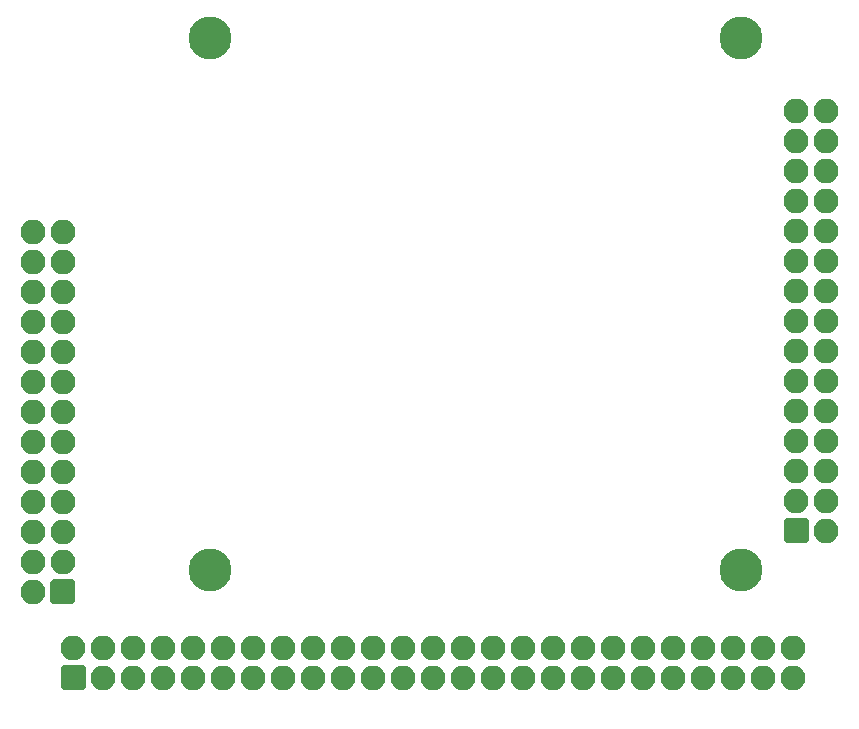
<source format=gbs>
G04 #@! TF.GenerationSoftware,KiCad,Pcbnew,5.1.7*
G04 #@! TF.CreationDate,2020-10-22T00:02:30+01:00*
G04 #@! TF.ProjectId,rc2014-icecore,72633230-3134-42d6-9963-65636f72652e,1*
G04 #@! TF.SameCoordinates,Original*
G04 #@! TF.FileFunction,Soldermask,Bot*
G04 #@! TF.FilePolarity,Negative*
%FSLAX46Y46*%
G04 Gerber Fmt 4.6, Leading zero omitted, Abs format (unit mm)*
G04 Created by KiCad (PCBNEW 5.1.7) date 2020-10-22 00:02:30*
%MOMM*%
%LPD*%
G01*
G04 APERTURE LIST*
%ADD10C,3.643000*%
%ADD11O,2.100000X2.100000*%
G04 APERTURE END LIST*
D10*
X77068000Y-107167000D03*
X122068000Y-107167000D03*
X77068000Y-152167000D03*
X122068000Y-152167000D03*
G36*
G01*
X66382000Y-162340000D02*
X64682000Y-162340000D01*
G75*
G02*
X64482000Y-162140000I0J200000D01*
G01*
X64482000Y-160440000D01*
G75*
G02*
X64682000Y-160240000I200000J0D01*
G01*
X66382000Y-160240000D01*
G75*
G02*
X66582000Y-160440000I0J-200000D01*
G01*
X66582000Y-162140000D01*
G75*
G02*
X66382000Y-162340000I-200000J0D01*
G01*
G37*
D11*
X65532000Y-158750000D03*
X68072000Y-161290000D03*
X68072000Y-158750000D03*
X70612000Y-161290000D03*
X70612000Y-158750000D03*
X73152000Y-161290000D03*
X73152000Y-158750000D03*
X75692000Y-161290000D03*
X75692000Y-158750000D03*
X78232000Y-161290000D03*
X78232000Y-158750000D03*
X80772000Y-161290000D03*
X80772000Y-158750000D03*
X83312000Y-161290000D03*
X83312000Y-158750000D03*
X85852000Y-161290000D03*
X85852000Y-158750000D03*
X88392000Y-161290000D03*
X88392000Y-158750000D03*
X90932000Y-161290000D03*
X90932000Y-158750000D03*
X93472000Y-161290000D03*
X93472000Y-158750000D03*
X96012000Y-161290000D03*
X96012000Y-158750000D03*
X98552000Y-161290000D03*
X98552000Y-158750000D03*
X101092000Y-161290000D03*
X101092000Y-158750000D03*
X103632000Y-161290000D03*
X103632000Y-158750000D03*
X106172000Y-161290000D03*
X106172000Y-158750000D03*
X108712000Y-161290000D03*
X108712000Y-158750000D03*
X111252000Y-161290000D03*
X111252000Y-158750000D03*
X113792000Y-161290000D03*
X113792000Y-158750000D03*
X116332000Y-161290000D03*
X116332000Y-158750000D03*
X118872000Y-161290000D03*
X118872000Y-158750000D03*
X121412000Y-161290000D03*
X121412000Y-158750000D03*
X123952000Y-161290000D03*
X123952000Y-158750000D03*
X126492000Y-161290000D03*
X126492000Y-158750000D03*
G36*
G01*
X127796000Y-147994000D02*
X127796000Y-149694000D01*
G75*
G02*
X127596000Y-149894000I-200000J0D01*
G01*
X125896000Y-149894000D01*
G75*
G02*
X125696000Y-149694000I0J200000D01*
G01*
X125696000Y-147994000D01*
G75*
G02*
X125896000Y-147794000I200000J0D01*
G01*
X127596000Y-147794000D01*
G75*
G02*
X127796000Y-147994000I0J-200000D01*
G01*
G37*
X129286000Y-148844000D03*
X126746000Y-146304000D03*
X129286000Y-146304000D03*
X126746000Y-143764000D03*
X129286000Y-143764000D03*
X126746000Y-141224000D03*
X129286000Y-141224000D03*
X126746000Y-138684000D03*
X129286000Y-138684000D03*
X126746000Y-136144000D03*
X129286000Y-136144000D03*
X126746000Y-133604000D03*
X129286000Y-133604000D03*
X126746000Y-131064000D03*
X129286000Y-131064000D03*
X126746000Y-128524000D03*
X129286000Y-128524000D03*
X126746000Y-125984000D03*
X129286000Y-125984000D03*
X126746000Y-123444000D03*
X129286000Y-123444000D03*
X126746000Y-120904000D03*
X129286000Y-120904000D03*
X126746000Y-118364000D03*
X129286000Y-118364000D03*
X126746000Y-115824000D03*
X129286000Y-115824000D03*
X126746000Y-113284000D03*
X129286000Y-113284000D03*
G36*
G01*
X65693000Y-153150000D02*
X65693000Y-154850000D01*
G75*
G02*
X65493000Y-155050000I-200000J0D01*
G01*
X63793000Y-155050000D01*
G75*
G02*
X63593000Y-154850000I0J200000D01*
G01*
X63593000Y-153150000D01*
G75*
G02*
X63793000Y-152950000I200000J0D01*
G01*
X65493000Y-152950000D01*
G75*
G02*
X65693000Y-153150000I0J-200000D01*
G01*
G37*
X62103000Y-154000000D03*
X64643000Y-151460000D03*
X62103000Y-151460000D03*
X64643000Y-148920000D03*
X62103000Y-148920000D03*
X64643000Y-146380000D03*
X62103000Y-146380000D03*
X64643000Y-143840000D03*
X62103000Y-143840000D03*
X64643000Y-141300000D03*
X62103000Y-141300000D03*
X64643000Y-138760000D03*
X62103000Y-138760000D03*
X64643000Y-136220000D03*
X62103000Y-136220000D03*
X64643000Y-133680000D03*
X62103000Y-133680000D03*
X64643000Y-131140000D03*
X62103000Y-131140000D03*
X64643000Y-128600000D03*
X62103000Y-128600000D03*
X64643000Y-126060000D03*
X62103000Y-126060000D03*
X64643000Y-123520000D03*
X62103000Y-123520000D03*
M02*

</source>
